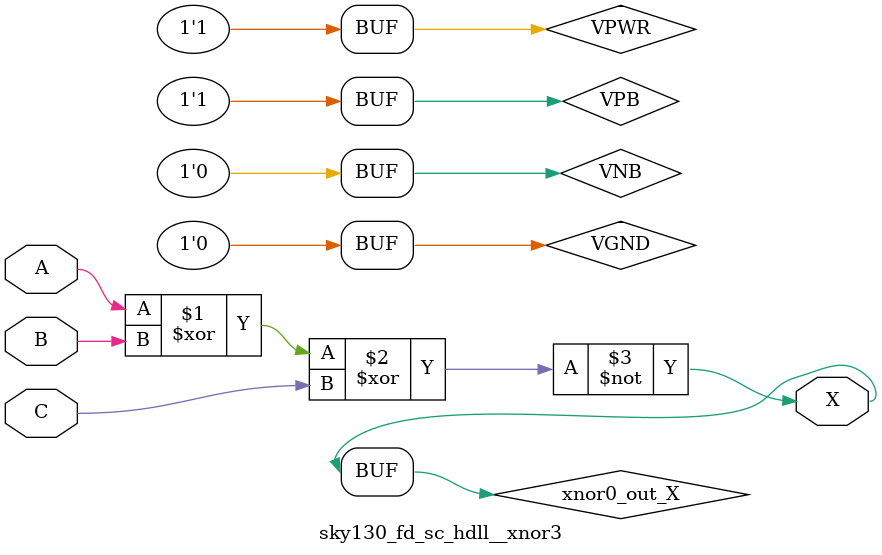
<source format=v>
/*
 * Copyright 2020 The SkyWater PDK Authors
 *
 * Licensed under the Apache License, Version 2.0 (the "License");
 * you may not use this file except in compliance with the License.
 * You may obtain a copy of the License at
 *
 *     https://www.apache.org/licenses/LICENSE-2.0
 *
 * Unless required by applicable law or agreed to in writing, software
 * distributed under the License is distributed on an "AS IS" BASIS,
 * WITHOUT WARRANTIES OR CONDITIONS OF ANY KIND, either express or implied.
 * See the License for the specific language governing permissions and
 * limitations under the License.
 *
 * SPDX-License-Identifier: Apache-2.0
*/


`ifndef SKY130_FD_SC_HDLL__XNOR3_BEHAVIORAL_V
`define SKY130_FD_SC_HDLL__XNOR3_BEHAVIORAL_V

/**
 * xnor3: 3-input exclusive NOR.
 *
 * Verilog simulation functional model.
 */

`timescale 1ns / 1ps
`default_nettype none

`celldefine
module sky130_fd_sc_hdll__xnor3 (
    X,
    A,
    B,
    C
);

    // Module ports
    output X;
    input  A;
    input  B;
    input  C;

    // Module supplies
    supply1 VPWR;
    supply0 VGND;
    supply1 VPB ;
    supply0 VNB ;

    // Local signals
    wire xnor0_out_X;

    //   Name   Output       Other arguments
    xnor xnor0 (xnor0_out_X, A, B, C        );
    buf  buf0  (X          , xnor0_out_X    );

endmodule
`endcelldefine

`default_nettype wire
`endif  // SKY130_FD_SC_HDLL__XNOR3_BEHAVIORAL_V
</source>
